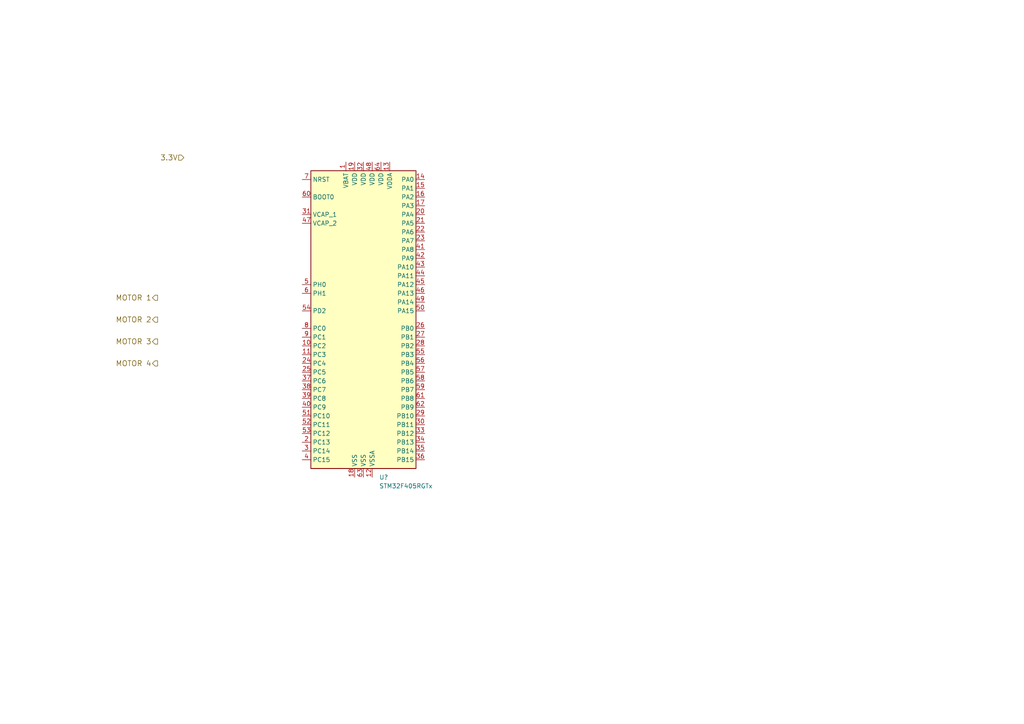
<source format=kicad_sch>
(kicad_sch (version 20211123) (generator eeschema)
  (paper "A4")
  (lib_symbols
    (symbol "MCU_ST_STM32F4:STM32F405RGTx"
      (property "Reference" "U" (at -15.24 44.45 0))
      (property "Value" "STM32F405RGTx" (at 10.16 44.45 0))
      (symbol "STM32F405RGTx_0_1"
        (rectangle (start -15.24 -43.18) (end 15.24 43.18) (stroke (width 0.254)) (fill (type background)))
      )
      (symbol "STM32F405RGTx_1_1"
        (pin power_in line (at -5.08 45.72 270) (length 2.54) (name "VBAT") (number "1"))
        (pin bidirectional line (at -17.78 -7.62 0) (length 2.54) (name "PC2") (number "10"))
        (pin bidirectional line (at -17.78 -10.16 0) (length 2.54) (name "PC3") (number "11"))
        (pin power_in line (at 2.54 -45.72 90) (length 2.54) (name "VSSA") (number "12"))
        (pin power_in line (at 7.62 45.72 270) (length 2.54) (name "VDDA") (number "13"))
        (pin bidirectional line (at 17.78 40.64 180) (length 2.54) (name "PA0") (number "14"))
        (pin bidirectional line (at 17.78 38.1 180) (length 2.54) (name "PA1") (number "15"))
        (pin bidirectional line (at 17.78 35.56 180) (length 2.54) (name "PA2") (number "16"))
        (pin bidirectional line (at 17.78 33.02 180) (length 2.54) (name "PA3") (number "17"))
        (pin power_in line (at -2.54 -45.72 90) (length 2.54) (name "VSS") (number "18"))
        (pin power_in line (at -2.54 45.72 270) (length 2.54) (name "VDD") (number "19"))
        (pin bidirectional line (at -17.78 -35.56 0) (length 2.54) (name "PC13") (number "2"))
        (pin bidirectional line (at 17.78 30.48 180) (length 2.54) (name "PA4") (number "20"))
        (pin bidirectional line (at 17.78 27.94 180) (length 2.54) (name "PA5") (number "21"))
        (pin bidirectional line (at 17.78 25.4 180) (length 2.54) (name "PA6") (number "22"))
        (pin bidirectional line (at 17.78 22.86 180) (length 2.54) (name "PA7") (number "23"))
        (pin bidirectional line (at -17.78 -12.7 0) (length 2.54) (name "PC4") (number "24"))
        (pin bidirectional line (at -17.78 -15.24 0) (length 2.54) (name "PC5") (number "25"))
        (pin bidirectional line (at 17.78 -2.54 180) (length 2.54) (name "PB0") (number "26"))
        (pin bidirectional line (at 17.78 -5.08 180) (length 2.54) (name "PB1") (number "27"))
        (pin bidirectional line (at 17.78 -7.62 180) (length 2.54) (name "PB2") (number "28"))
        (pin bidirectional line (at 17.78 -27.94 180) (length 2.54) (name "PB10") (number "29"))
        (pin bidirectional line (at -17.78 -38.1 0) (length 2.54) (name "PC14") (number "3"))
        (pin bidirectional line (at 17.78 -30.48 180) (length 2.54) (name "PB11") (number "30"))
        (pin power_in line (at -17.78 30.48 0) (length 2.54) (name "VCAP_1") (number "31"))
        (pin power_in line (at 0 45.72 270) (length 2.54) (name "VDD") (number "32"))
        (pin bidirectional line (at 17.78 -33.02 180) (length 2.54) (name "PB12") (number "33"))
        (pin bidirectional line (at 17.78 -35.56 180) (length 2.54) (name "PB13") (number "34"))
        (pin bidirectional line (at 17.78 -38.1 180) (length 2.54) (name "PB14") (number "35"))
        (pin bidirectional line (at 17.78 -40.64 180) (length 2.54) (name "PB15") (number "36"))
        (pin bidirectional line (at -17.78 -17.78 0) (length 2.54) (name "PC6") (number "37"))
        (pin bidirectional line (at -17.78 -20.32 0) (length 2.54) (name "PC7") (number "38"))
        (pin bidirectional line (at -17.78 -22.86 0) (length 2.54) (name "PC8") (number "39"))
        (pin bidirectional line (at -17.78 -40.64 0) (length 2.54) (name "PC15") (number "4"))
        (pin bidirectional line (at -17.78 -25.4 0) (length 2.54) (name "PC9") (number "40"))
        (pin bidirectional line (at 17.78 20.32 180) (length 2.54) (name "PA8") (number "41"))
        (pin bidirectional line (at 17.78 17.78 180) (length 2.54) (name "PA9") (number "42"))
        (pin bidirectional line (at 17.78 15.24 180) (length 2.54) (name "PA10") (number "43"))
        (pin bidirectional line (at 17.78 12.7 180) (length 2.54) (name "PA11") (number "44"))
        (pin bidirectional line (at 17.78 10.16 180) (length 2.54) (name "PA12") (number "45"))
        (pin bidirectional line (at 17.78 7.62 180) (length 2.54) (name "PA13") (number "46"))
        (pin power_in line (at -17.78 27.94 0) (length 2.54) (name "VCAP_2") (number "47"))
        (pin power_in line (at 2.54 45.72 270) (length 2.54) (name "VDD") (number "48"))
        (pin bidirectional line (at 17.78 5.08 180) (length 2.54) (name "PA14") (number "49"))
        (pin input line (at -17.78 10.16 0) (length 2.54) (name "PH0") (number "5"))
        (pin bidirectional line (at 17.78 2.54 180) (length 2.54) (name "PA15") (number "50"))
        (pin bidirectional line (at -17.78 -27.94 0) (length 2.54) (name "PC10") (number "51"))
        (pin bidirectional line (at -17.78 -30.48 0) (length 2.54) (name "PC11") (number "52"))
        (pin bidirectional line (at -17.78 -33.02 0) (length 2.54) (name "PC12") (number "53"))
        (pin bidirectional line (at -17.78 2.54 0) (length 2.54) (name "PD2") (number "54"))
        (pin bidirectional line (at 17.78 -10.16 180) (length 2.54) (name "PB3") (number "55"))
        (pin bidirectional line (at 17.78 -12.7 180) (length 2.54) (name "PB4") (number "56"))
        (pin bidirectional line (at 17.78 -15.24 180) (length 2.54) (name "PB5") (number "57"))
        (pin bidirectional line (at 17.78 -17.78 180) (length 2.54) (name "PB6") (number "58"))
        (pin bidirectional line (at 17.78 -20.32 180) (length 2.54) (name "PB7") (number "59"))
        (pin input line (at -17.78 7.62 0) (length 2.54) (name "PH1") (number "6"))
        (pin input line (at -17.78 35.56 0) (length 2.54) (name "BOOT0") (number "60"))
        (pin bidirectional line (at 17.78 -22.86 180) (length 2.54) (name "PB8") (number "61"))
        (pin bidirectional line (at 17.78 -25.4 180) (length 2.54) (name "PB9") (number "62"))
        (pin power_in line (at 0 -45.72 90) (length 2.54) (name "VSS") (number "63"))
        (pin power_in line (at 5.08 45.72 270) (length 2.54) (name "VDD") (number "64"))
        (pin input line (at -17.78 40.64 0) (length 2.54) (name "NRST") (number "7"))
        (pin bidirectional line (at -17.78 -2.54 0) (length 2.54) (name "PC0") (number "8"))
        (pin bidirectional line (at -17.78 -5.08 0) (length 2.54) (name "PC1") (number "9"))
      )
    )
  )
  (hierarchical_label "MOTOR 1" (shape output) (at 45.72 86.36 180) (effects (font (size 1.524 1.524))))
  (hierarchical_label "3.3V" (shape input) (at 53.34 45.72 180) (effects (font (size 1.524 1.524))))
  (hierarchical_label "MOTOR 4" (shape output) (at 45.72 105.41 180) (effects (font (size 1.524 1.524))))
  (hierarchical_label "MOTOR 2" (shape output) (at 45.72 92.71 180) (effects (font (size 1.524 1.524))))
  (hierarchical_label "MOTOR 3" (shape output) (at 45.72 99.06 180) (effects (font (size 1.524 1.524))))
  (symbol (lib_id "MCU_ST_STM32F4:STM32F405RGTx") (at 105.41 92.71 0) (unit 1)
    (property "Reference" "U?" (at 109.9694 138.43 0) (effects (justify left)))
    (property "Value" "STM32F405RGTx" (at 109.9694 140.97 0) (effects (justify left)))
    (property "Footprint" "Package_QFP:LQFP-64_10x10mm_P0.5mm" (effects hide))
    (property "Datasheet" "http://www.st.com/st-web-ui/static/active/en/resource/technical/document/datasheet/DM00037051.pdf" (effects hide))
  )
)
</source>
